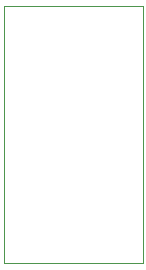
<source format=gbr>
%TF.GenerationSoftware,KiCad,Pcbnew,(5.1.9)-1*%
%TF.CreationDate,2021-02-03T20:35:15-05:00*%
%TF.ProjectId,NerdConsole_BreadBoard_Bridge8,4e657264-436f-46e7-936f-6c655f427265,rev?*%
%TF.SameCoordinates,Original*%
%TF.FileFunction,Profile,NP*%
%FSLAX46Y46*%
G04 Gerber Fmt 4.6, Leading zero omitted, Abs format (unit mm)*
G04 Created by KiCad (PCBNEW (5.1.9)-1) date 2021-02-03 20:35:15*
%MOMM*%
%LPD*%
G01*
G04 APERTURE LIST*
%TA.AperFunction,Profile*%
%ADD10C,0.050000*%
%TD*%
G04 APERTURE END LIST*
D10*
X170500000Y-67000000D02*
X158750000Y-67000000D01*
X170500000Y-45250000D02*
X170500000Y-67000000D01*
X158750000Y-45250000D02*
X170500000Y-45250000D01*
X158750000Y-67000000D02*
X158750000Y-45250000D01*
M02*

</source>
